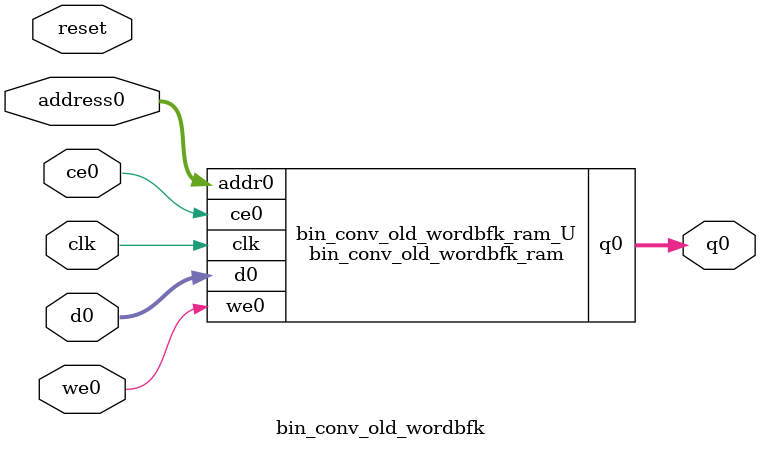
<source format=v>
`timescale 1 ns / 1 ps
module bin_conv_old_wordbfk_ram (addr0, ce0, d0, we0, q0,  clk);

parameter DWIDTH = 2;
parameter AWIDTH = 4;
parameter MEM_SIZE = 16;

input[AWIDTH-1:0] addr0;
input ce0;
input[DWIDTH-1:0] d0;
input we0;
output reg[DWIDTH-1:0] q0;
input clk;

(* ram_style = "distributed" *)reg [DWIDTH-1:0] ram[0:MEM_SIZE-1];




always @(posedge clk)  
begin 
    if (ce0) 
    begin
        if (we0) 
        begin 
            ram[addr0] <= d0; 
        end 
        q0 <= ram[addr0];
    end
end


endmodule

`timescale 1 ns / 1 ps
module bin_conv_old_wordbfk(
    reset,
    clk,
    address0,
    ce0,
    we0,
    d0,
    q0);

parameter DataWidth = 32'd2;
parameter AddressRange = 32'd16;
parameter AddressWidth = 32'd4;
input reset;
input clk;
input[AddressWidth - 1:0] address0;
input ce0;
input we0;
input[DataWidth - 1:0] d0;
output[DataWidth - 1:0] q0;



bin_conv_old_wordbfk_ram bin_conv_old_wordbfk_ram_U(
    .clk( clk ),
    .addr0( address0 ),
    .ce0( ce0 ),
    .we0( we0 ),
    .d0( d0 ),
    .q0( q0 ));

endmodule


</source>
